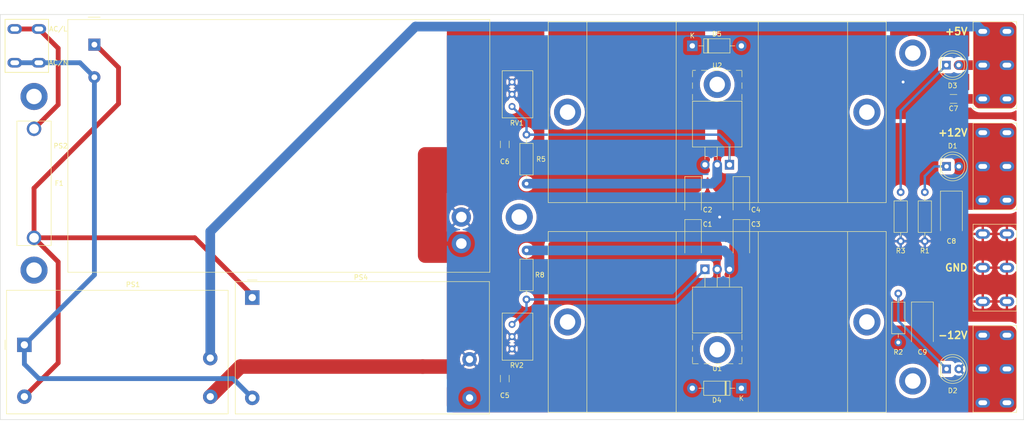
<source format=kicad_pcb>
(kicad_pcb (version 20221018) (generator pcbnew)
  (layers (0 "F.Cu" signal) (31 "B.Cu" signal) (34 "B.Paste" user) (35 "F.Paste" user) (36 "B.SilkS" user "B.Silkscreen") (37 "F.SilkS" user "F.Silkscreen") (38 "B.Mask" user) (39 "F.Mask" user) (44 "Edge.Cuts" user))
  (net 0 "")
  (net 1 "GND")
  (net 2 "-15V")
  (net 3 "+15V")
  (net 4 "-12V")
  (net 5 "+12V")
  (net 6 "Net-(D1-K)")
  (net 7 "Net-(D2-K)")
  (net 8 "Net-(D3-K)")
  (net 9 "+5V")
  (net 10 "LINE")
  (net 11 "Net-(PS1-AC{slash}L)")
  (net 12 "NEUT")
  (net 13 "Net-(U2-ADJ)")
  (net 14 "Net-(U1-ADJ)")
  (footprint "Capacitor_Tantalum_SMD:CP_EIA-7343-31_Kemet-D_Pad2.25x2.55mm_HandSolder" (layer "F.Cu") (at 231.5 100.2 -90)
    (fp_text reference "C9" (at 5.8 0 -180) (layer "F.SilkS"))
    (fp_text value "100uf")
    (fp_line (start -4.585 -2.26) (end -4.585 2.26) (stroke (width 0.12)) (layer "F.SilkS"))
    (fp_line (start -4.585 2.26) (end 3.65 2.26) (stroke (width 0.12)) (layer "F.SilkS"))
    (fp_line (start 3.65 -2.26) (end -4.585 -2.26) (stroke (width 0.12)) (layer "F.SilkS"))
    (pad "1" smd roundrect (at -3.2 0 270) (size 2.25 2.55) (layers "F.Cu" "F.Paste" "F.Mask") (roundrect_rratio 0.111111) (net 1 "GND"))
    (pad "2" smd roundrect (at 3.2 0 270) (size 2.25 2.55) (layers "F.Cu" "F.Paste" "F.Mask") (roundrect_rratio 0.111111) (net 4 "-12V"))
  )
  (footprint "Custom:3x_Tab_Connector_Vogt_6.35mm" (layer "F.Cu") (at 242 100.5)
    (fp_text reference "REF**" hide)
    (fp_text value "3x_Tab_Connector_Vogt_6.35mm" hide)
    (fp_line (start 0 0) (end 9 0) (stroke (width 0.12)) (layer "F.SilkS"))
    (fp_line (start 0 18) (end 0 0) (stroke (width 0.12)) (layer "F.SilkS"))
    (fp_line (start 9 0) (end 9 18) (stroke (width 0.12)) (layer "F.SilkS"))
    (fp_line (start 9 18) (end 0 18) (stroke (width 0.12)) (layer "F.SilkS"))
    (pad "1" thru_hole oval (at 2 2) (size 3 2) (drill oval 1.8 1) (layers "*.Cu" "*.Mask") (net 4 "-12V"))
    (pad "2" thru_hole oval (at 7 2) (size 3 2) (drill oval 1.8 1) (layers "*.Cu" "*.Mask") (net 4 "-12V"))
    (pad "3" thru_hole oval (at 2 9) (size 3 2) (drill oval 1.8 1) (layers "*.Cu" "*.Mask") (net 4 "-12V"))
    (pad "4" thru_hole oval (at 7 9) (size 3 2) (drill oval 1.8 1) (layers "*.Cu" "*.Mask") (net 4 "-12V"))
    (pad "5" thru_hole oval (at 2 16) (size 3 2) (drill oval 1.8 1) (layers "*.Cu" "*.Mask") (net 4 "-12V"))
    (pad "6" thru_hole oval (at 7 16) (size 3 2) (drill oval 1.8 1) (layers "*.Cu" "*.Mask") (net 4 "-12V"))
  )
  (footprint "Converter_ACDC:Converter_ACDC_MeanWell_IRM-60-xx_THT" (layer "F.Cu") (at 60 42.25)
    (fp_text reference "PS2" (at -7 21 180) (layer "F.SilkS"))
    (fp_text value "IRM-60-15")
    (fp_line (start -5.5 -5.2) (end -5.5 47.2) (stroke (width 0.12)) (layer "F.SilkS"))
    (fp_line (start -5.5 47.2) (end 81.9 47.2) (stroke (width 0.12)) (layer "F.SilkS"))
    (fp_line (start -1.3 -5.7) (end 1.2 -5.7) (stroke (width 0.12)) (layer "F.SilkS"))
    (fp_line (start 81.9 -5.2) (end -5.5 -5.2) (stroke (width 0.12)) (layer "F.SilkS"))
    (fp_line (start 81.9 47.2) (end 81.9 -5.2) (stroke (width 0.12)) (layer "F.SilkS"))
    (pad "1" thru_hole rect (at 0 0) (size 2.5 2.5) (drill 1.2) (layers "*.Cu" "*.Mask") (net 11 "Net-(PS1-AC{slash}L)"))
    (pad "2" thru_hole circle (at 0 6.75) (size 2.5 2.5) (drill 1.2) (layers "*.Cu" "*.Mask") (net 12 "NEUT"))
    (pad "3" thru_hole circle (at 76 41.25) (size 4 4) (drill 2.2) (layers "*.Cu" "*.Mask") (net 3 "+15V"))
    (pad "4" thru_hole circle (at 76 35.75) (size 4 4) (drill 2.2) (layers "*.Cu" "*.Mask") (net 1 "GND"))
  )
  (footprint "Capacitor_Tantalum_SMD:CP_EIA-6032-28_Kemet-C_Pad2.25x2.35mm_HandSolder" (layer "F.Cu") (at 184 82.45 -90)
    (fp_text reference "C1" (at -2.95 -3 -180) (layer "F.SilkS"))
    (fp_text value "10uf")
    (fp_line (start -3.935 -1.71) (end -3.935 1.71) (stroke (width 0.12)) (layer "F.SilkS"))
    (fp_line (start -3.935 1.71) (end 3 1.71) (stroke (width 0.12)) (layer "F.SilkS"))
    (fp_line (start 3 -1.71) (end -3.935 -1.71) (stroke (width 0.12)) (layer "F.SilkS"))
    (pad "1" smd roundrect (at -2.55 0 270) (size 2.25 2.35) (layers "F.Cu" "F.Paste" "F.Mask") (roundrect_rratio 0.111111) (net 1 "GND"))
    (pad "2" smd roundrect (at 2.55 0 270) (size 2.25 2.35) (layers "F.Cu" "F.Paste" "F.Mask") (roundrect_rratio 0.111111) (net 2 "-15V"))
  )
  (footprint "LED_THT:LED_D5.0mm" (layer "F.Cu") (at 236.5 109.5)
    (fp_text reference "D2" (at 1.27 4.5) (layer "F.SilkS"))
    (fp_text value "LED")
    (fp_line (start -1.29 -1.545) (end -1.29 1.545) (stroke (width 0.12)) (layer "F.SilkS"))
    (fp_arc (start -1.29 -1.54483) (mid 2.072002 -2.880433) (end 4.26 0.000462) (stroke (width 0.12)) (layer "F.SilkS"))
    (fp_arc (start 4.26 -0.000462) (mid 2.072002 2.880433) (end -1.29 1.54483) (stroke (width 0.12)) (layer "F.SilkS"))
    (fp_circle (center 1.27 0) (end 3.77 0) (stroke (width 0.12)) (fill none) (layer "F.SilkS"))
    (pad "1" thru_hole rect (at 0 0) (size 1.8 1.8) (drill 0.9) (layers "*.Cu" "*.Mask") (net 7 "Net-(D2-K)"))
    (pad "2" thru_hole circle (at 2.54 0) (size 1.8 1.8) (drill 0.9) (layers "*.Cu" "*.Mask") (net 1 "GND"))
  )
  (footprint "LED_THT:LED_D5.0mm" (layer "F.Cu") (at 236.46 46.5)
    (fp_text reference "D3" (at 1.27 4.25) (layer "F.SilkS"))
    (fp_text value "LED")
    (fp_line (start -1.29 -1.545) (end -1.29 1.545) (stroke (width 0.12)) (layer "F.SilkS"))
    (fp_arc (start -1.29 -1.54483) (mid 2.072002 -2.880433) (end 4.26 0.000462) (stroke (width 0.12)) (layer "F.SilkS"))
    (fp_arc (start 4.26 -0.000462) (mid 2.072002 2.880433) (end -1.29 1.54483) (stroke (width 0.12)) (layer "F.SilkS"))
    (fp_circle (center 1.27 0) (end 3.77 0) (stroke (width 0.12)) (fill none) (layer "F.SilkS"))
    (pad "1" thru_hole rect (at 0 0) (size 1.8 1.8) (drill 0.9) (layers "*.Cu" "*.Mask") (net 8 "Net-(D3-K)"))
    (pad "2" thru_hole circle (at 2.54 0) (size 1.8 1.8) (drill 0.9) (layers "*.Cu" "*.Mask") (net 9 "+5V"))
  )
  (footprint "Custom:Heatsink_Fischer_SK64-70x37.5mm" (layer "F.Cu") (at 224 75 180)
    (fp_text reference "REF**" hide)
    (fp_text value "Heatsink_Fischer_SK64-70x37.5mm")
    (fp_line (start 0 0) (end 0 37.5) (stroke (width 0.12)) (layer "F.SilkS"))
    (fp_line (start 0 37.5) (end 70 37.5) (stroke (width 0.12)) (layer "F.SilkS"))
    (fp_line (start 8 37.5) (end 8 0) (stroke (width 0.12)) (layer "F.SilkS"))
    (fp_line (start 26.5 0) (end 26.5 37.5) (stroke (width 0.12)) (layer "F.SilkS"))
    (fp_line (start 43.5 37.5) (end 43.5 0) (stroke (width 0.12)) (layer "F.SilkS"))
    (fp_line (start 62 0) (end 62 37.5) (stroke (width 0.12)) (layer "F.SilkS"))
    (fp_line (start 70 0) (end 0 0) (stroke (width 0.12)) (layer "F.SilkS"))
    (fp_line (start 70 0) (end 70 37.5) (stroke (width 0.12)) (layer "F.SilkS"))
    (pad "" thru_hole circle (at 4 18.75 180) (size 5.6 5.6) (drill 3.2) (layers "*.Cu" "*.Mask"))
    (pad "" thru_hole circle (at 35 24.5 180) (size 5.6 5.6) (drill 3.2) (layers "*.Cu" "*.Mask"))
    (pad "" thru_hole circle (at 66 18.75 180) (size 5.6 5.6) (drill 3.2) (layers "*.Cu" "*.Mask"))
  )
  (footprint "Custom:3x_Tab_Connector_Vogt_6.35mm" (layer "F.Cu") (at 242 37.5)
    (fp_text reference "REF**" hide)
    (fp_text value "3x_Tab_Connector_Vogt_6.35mm" hide)
    (fp_line (start 0 0) (end 9 0) (stroke (width 0.12)) (layer "F.SilkS"))
    (fp_line (start 0 18) (end 0 0) (stroke (width 0.12)) (layer "F.SilkS"))
    (fp_line (start 9 0) (end 9 18) (stroke (width 0.12)) (layer "F.SilkS"))
    (fp_line (start 9 18) (end 0 18) (stroke (width 0.12)) (layer "F.SilkS"))
    (pad "1" thru_hole oval (at 2 2) (size 3 2) (drill oval 1.8 1) (layers "*.Cu" "*.Mask") (net 9 "+5V"))
    (pad "2" thru_hole oval (at 7 2) (size 3 2) (drill oval 1.8 1) (layers "*.Cu" "*.Mask") (net 9 "+5V"))
    (pad "3" thru_hole oval (at 2 9) (size 3 2) (drill oval 1.8 1) (layers "*.Cu" "*.Mask") (net 9 "+5V"))
    (pad "4" thru_hole oval (at 7 9) (size 3 2) (drill oval 1.8 1) (layers "*.Cu" "*.Mask") (net 9 "+5V"))
    (pad "5" thru_hole oval (at 2 16) (size 3 2) (drill oval 1.8 1) (layers "*.Cu" "*.Mask") (net 9 "+5V"))
    (pad "6" thru_hole oval (at 7 16) (size 3 2) (drill oval 1.8 1) (layers "*.Cu" "*.Mask") (net 9 "+5V"))
  )
  (footprint "Capacitor_SMD:C_1206_3216Metric_Pad1.33x1.80mm_HandSolder" (layer "F.Cu") (at 145 111.5 -90)
    (fp_text reference "C5" (at 3.5 0 -180) (layer "F.SilkS"))
    (fp_text value "100nf")
    (fp_line (start -0.711252 -0.91) (end 0.711252 -0.91) (stroke (width 0.12)) (layer "F.SilkS"))
    (fp_line (start -0.711252 0.91) (end 0.711252 0.91) (stroke (width 0.12)) (layer "F.SilkS"))
    (pad "1" smd roundrect (at -1.5625 0 270) (size 1.325 1.8) (layers "F.Cu" "F.Paste" "F.Mask") (roundrect_rratio 0.188679) (net 1 "GND"))
    (pad "2" smd roundrect (at 1.5625 0 270) (size 1.325 1.8) (layers "F.Cu" "F.Paste" "F.Mask") (roundrect_rratio 0.188679) (net 2 "-15V"))
  )
  (footprint "Potentiometer_THT:Potentiometer_Bourns_3299W_Vertical" (layer "F.Cu") (at 146.5 50 90)
    (fp_text reference "RV1" (at -8.5 1 180) (layer "F.SilkS"))
    (fp_text value "1k")
    (fp_line (start -7.425 -2.03) (end -7.425 4.31) (stroke (width 0.12)) (layer "F.SilkS"))
    (fp_line (start -7.425 -2.03) (end 2.345 -2.03) (stroke (width 0.12)) (layer "F.SilkS"))
    (fp_line (start -7.425 4.31) (end 2.345 4.31) (stroke (width 0.12)) (layer "F.SilkS"))
    (fp_line (start 2.345 -2.03) (end 2.345 4.31) (stroke (width 0.12)) (layer "F.SilkS"))
    (pad "1" thru_hole circle (at 0 0 90) (size 1.44 1.44) (drill 0.8) (layers "*.Cu" "*.Mask") (net 1 "GND"))
    (pad "2" thru_hole circle (at -2.54 0 90) (size 1.44 1.44) (drill 0.8) (layers "*.Cu" "*.Mask") (net 1 "GND"))
    (pad "3" thru_hole circle (at -5.08 0 90) (size 1.44 1.44) (drill 0.8) (layers "*.Cu" "*.Mask") (net 13 "Net-(U2-ADJ)"))
  )
  (footprint "Package_TO_SOT_THT:TO-220-3_Horizontal_TabUp" (layer "F.Cu") (at 186.46 88.84)
    (fp_text reference "U1" (at 2.54 20.58) (layer "F.SilkS"))
    (fp_text value "LM337_TO220")
    (fp_line (start -2.58 3.69) (end -2.58 13.18) (stroke (width 0.12)) (layer "F.SilkS"))
    (fp_line (start -2.58 3.69) (end 7.66 3.69) (stroke (width 0.12)) (layer "F.SilkS"))
    (fp_line (start -2.58 13.18) (end 7.66 13.18) (stroke (width 0.12)) (layer "F.SilkS"))
    (fp_line (start -2.58 13.42) (end -2.58 14.62) (stroke (width 0.12)) (layer "F.SilkS"))
    (fp_line (start -2.58 15.82) (end -2.58 17.02) (stroke (width 0.12)) (layer "F.SilkS"))
    (fp_line (start -2.58 18.22) (end -2.58 19.42) (stroke (width 0.12)) (layer "F.SilkS"))
    (fp_line (start -2.58 19.58) (end -1.38 19.58) (stroke (width 0.12)) (layer "F.SilkS"))
    (fp_line (start -0.181 19.58) (end 1.02 19.58) (stroke (width 0.12)) (layer "F.SilkS"))
    (fp_line (start 0 1.15) (end 0 3.69) (stroke (width 0.12)) (layer "F.SilkS"))
    (fp_line (start 2.22 19.58) (end 3.42 19.58) (stroke (width 0.12)) (layer "F.SilkS"))
    (fp_line (start 2.54 1.15) (end 2.54 3.69) (stroke (width 0.12)) (layer "F.SilkS"))
    (fp_line (start 4.62 19.58) (end 5.82 19.58) (stroke (width 0.12)) (layer "F.SilkS"))
    (fp_line (start 5.08 1.15) (end 5.08 3.69) (stroke (width 0.12)) (layer "F.SilkS"))
    (fp_line (start 7.02 19.58) (end 7.66 19.58) (stroke (width 0.12)) (layer "F.SilkS"))
    (fp_line (start 7.66 3.69) (end 7.66 13.18) (stroke (width 0.12)) (layer "F.SilkS"))
    (fp_line (start 7.66 13.42) (end 7.66 14.62) (stroke (width 0.12)) (layer "F.SilkS"))
    (fp_line (start 7.66 15.82) (end 7.66 17.02) (stroke (width 0.12)) (layer "F.SilkS"))
    (fp_line (start 7.66 18.22) (end 7.66 19.42) (stroke (width 0.12)) (layer "F.SilkS"))
    (pad "1" thru_hole rect (at 0 0) (size 1.905 2) (drill 1.1) (layers "*.Cu" "*.Mask") (net 14 "Net-(U1-ADJ)"))
    (pad "2" thru_hole oval (at 2.54 0) (size 1.905 2) (drill 1.1) (layers "*.Cu" "*.Mask") (net 2 "-15V"))
    (pad "3" thru_hole oval (at 5.08 0) (size 1.905 2) (drill 1.1) (layers "*.Cu" "*.Mask") (net 4 "-12V"))
  )
  (footprint "MountingHole:MountingHole_3.2mm_M3_DIN965_Pad" (layer "F.Cu") (at 47.5 53)
    (fp_text reference "REF**" hide)
    (fp_text value "MountingHole_3.2mm_M3_DIN965_Pad" hide)
    (pad "1" thru_hole circle (at 0 0) (size 5.6 5.6) (drill 3.2) (layers "*.Cu" "*.Mask"))
  )
  (footprint "MountingHole:MountingHole_3.2mm_M3_DIN965_Pad" (layer "F.Cu") (at 229.5 44)
    (fp_text reference "REF**" hide)
    (fp_text value "MountingHole_3.2mm_M3_DIN965_Pad" hide)
    (pad "1" thru_hole circle (at 0 0) (size 5.6 5.6) (drill 3.2) (layers "*.Cu" "*.Mask"))
  )
  (footprint "Custom:Tab_Connector_Vogt_6.35mm" (layer "F.Cu") (at 43.5 46)
    (fp_text reference "REF**" hide)
    (fp_text value "Tab_Connector_Vogt_6.35mm" hide)
    (pad "1" thru_hole oval (at 0 0) (size 3 2) (drill oval 1.8 1) (layers "*.Cu" "*.Mask") (net 12 "NEUT"))
    (pad "2" thru_hole oval (at 5 0) (size 3 2) (drill oval 1.8 1) (layers "*.Cu" "*.Mask") (net 12 "NEUT"))
  )
  (footprint "Potentiometer_THT:Potentiometer_Bourns_3299W_Vertical" (layer "F.Cu") (at 146.5 100.26 90)
    (fp_text reference "RV2" (at -8.49 1 180) (layer "F.SilkS"))
    (fp_text value "1k")
    (fp_line (start -7.425 -2.03) (end -7.425 4.31) (stroke (width 0.12)) (layer "F.SilkS"))
    (fp_line (start -7.425 -2.03) (end 2.345 -2.03) (stroke (width 0.12)) (layer "F.SilkS"))
    (fp_line (start -7.425 4.31) (end 2.345 4.31) (stroke (width 0.12)) (layer "F.SilkS"))
    (fp_line (start 2.345 -2.03) (end 2.345 4.31) (stroke (width 0.12)) (layer "F.SilkS"))
    (pad "1" thru_hole circle (at 0 0 90) (size 1.44 1.44) (drill 0.8) (layers "*.Cu" "*.Mask") (net 14 "Net-(U1-ADJ)"))
    (pad "2" thru_hole circle (at -2.54 0 90) (size 1.44 1.44) (drill 0.8) (layers "*.Cu" "*.Mask") (net 1 "GND"))
    (pad "3" thru_hole circle (at -5.08 0 90) (size 1.44 1.44) (drill 0.8) (layers "*.Cu" "*.Mask") (net 1 "GND"))
  )
  (footprint "Capacitor_Tantalum_SMD:CP_EIA-6032-28_Kemet-C_Pad2.25x2.35mm_HandSolder" (layer "F.Cu") (at 184 73.55 -90)
    (fp_text reference "C2" (at 2.95 -3 -180) (layer "F.SilkS"))
    (fp_text value "10uF")
    (fp_line (start -3.935 -1.71) (end -3.935 1.71) (stroke (width 0.12)) (layer "F.SilkS"))
    (fp_line (start -3.935 1.71) (end 3 1.71) (stroke (width 0.12)) (layer "F.SilkS"))
    (fp_line (start 3 -1.71) (end -3.935 -1.71) (stroke (width 0.12)) (layer "F.SilkS"))
    (pad "1" smd roundrect (at -2.55 0 270) (size 2.25 2.35) (layers "F.Cu" "F.Paste" "F.Mask") (roundrect_rratio 0.111111) (net 3 "+15V"))
    (pad "2" smd roundrect (at 2.55 0 270) (size 2.25 2.35) (layers "F.Cu" "F.Paste" "F.Mask") (roundrect_rratio 0.111111) (net 1 "GND"))
  )
  (footprint "Capacitor_Tantalum_SMD:CP_EIA-6032-28_Kemet-C_Pad2.25x2.35mm_HandSolder" (layer "F.Cu") (at 194 73.55 -90)
    (fp_text reference "C4" (at 2.95 -3 -180) (layer "F.SilkS"))
    (fp_text value "10uf")
    (fp_line (start -3.935 -1.71) (end -3.935 1.71) (stroke (width 0.12)) (layer "F.SilkS"))
    (fp_line (start -3.935 1.71) (end 3 1.71) (stroke (width 0.12)) (layer "F.SilkS"))
    (fp_line (start 3 -1.71) (end -3.935 -1.71) (stroke (width 0.12)) (layer "F.SilkS"))
    (pad "1" smd roundrect (at -2.55 0 270) (size 2.25 2.35) (layers "F.Cu" "F.Paste" "F.Mask") (roundrect_rratio 0.111111) (net 5 "+12V"))
    (pad "2" smd roundrect (at 2.55 0 270) (size 2.25 2.35) (layers "F.Cu" "F.Paste" "F.Mask") (roundrect_rratio 0.111111) (net 1 "GND"))
  )
  (footprint "Package_TO_SOT_THT:TO-220-3_Horizontal_TabUp" (layer "F.Cu") (at 191.54 67.16 180)
    (fp_text reference "U2" (at 2.54 20.58) (layer "F.SilkS"))
    (fp_text value "LM1085-ADJ")
    (fp_line (start -2.58 3.69) (end -2.58 13.18) (stroke (width 0.12)) (layer "F.SilkS"))
    (fp_line (start -2.58 3.69) (end 7.66 3.69) (stroke (width 0.12)) (layer "F.SilkS"))
    (fp_line (start -2.58 13.18) (end 7.66 13.18) (stroke (width 0.12)) (layer "F.SilkS"))
    (fp_line (start -2.58 13.42) (end -2.58 14.62) (stroke (width 0.12)) (layer "F.SilkS"))
    (fp_line (start -2.58 15.82) (end -2.58 17.02) (stroke (width 0.12)) (layer "F.SilkS"))
    (fp_line (start -2.58 18.22) (end -2.58 19.42) (stroke (width 0.12)) (layer "F.SilkS"))
    (fp_line (start -2.58 19.58) (end -1.38 19.58) (stroke (width 0.12)) (layer "F.SilkS"))
    (fp_line (start -0.181 19.58) (end 1.02 19.58) (stroke (width 0.12)) (layer "F.SilkS"))
    (fp_line (start 0 1.15) (end 0 3.69) (stroke (width 0.12)) (layer "F.SilkS"))
    (fp_line (start 2.22 19.58) (end 3.42 19.58) (stroke (width 0.12)) (layer "F.SilkS"))
    (fp_line (start 2.54 1.15) (end 2.54 3.69) (stroke (width 0.12)) (layer "F.SilkS"))
    (fp_line (start 4.62 19.58) (end 5.82 19.58) (stroke (width 0.12)) (layer "F.SilkS"))
    (fp_line (start 5.08 1.15) (end 5.08 3.69) (stroke (width 0.12)) (layer "F.SilkS"))
    (fp_line (start 7.02 19.58) (end 7.66 19.58) (stroke (width 0.12)) (layer "F.SilkS"))
    (fp_line (start 7.66 3.69) (end 7.66 13.18) (stroke (width 0.12)) (layer "F.SilkS"))
    (fp_line (start 7.66 13.42) (end 7.66 14.62) (stroke (width 0.12)) (layer "F.SilkS"))
    (fp_line (start 7.66 15.82) (end 7.66 17.02) (stroke (width 0.12)) (layer "F.SilkS"))
    (fp_line (start 7.66 18.22) (end 7.66 19.42) (stroke (width 0.12)) (layer "F.SilkS"))
    (pad "1" thru_hole rect (at 0 0 180) (size 1.905 2) (drill 1.1) (layers "*.Cu" "*.Mask") (net 13 "Net-(U2-ADJ)"))
    (pad "2" thru_hole oval (at 2.54 0 180) (size 1.905 2) (drill 1.1) (layers "*.Cu" "*.Mask") (net 5 "+12V"))
    (pad "3" thru_hole oval (at 5.08 0 180) (size 1.905 2) (drill 1.1) (layers "*.Cu" "*.Mask") (net 3 "+15V"))
  )
  (footprint "Custom:3x_Tab_Connector_Vogt_6.35mm" (layer "F.Cu") (at 242 79.5)
    (fp_text reference "REF**" hide)
    (fp_text value "3x_Tab_Connector_Vogt_6.35mm" hide)
    (fp_line (start 0 0) (end 9 0) (stroke (width 0.12)) (layer "F.SilkS"))
    (fp_line (start 0 18) (end 0 0) (stroke (width 0.12)) (layer "F.SilkS"))
    (fp_line (start 9 0) (end 9 18) (stroke (width 0.12)) (layer "F.SilkS"))
    (fp_line (start 9 18) (end 0 18) (stroke (width 0.12)) (layer "F.SilkS"))
    (pad "1" thru_hole oval (at 2 2) (size 3 2) (drill oval 1.8 1) (layers "*.Cu" "*.Mask") (net 1 "GND"))
    (pad "2" thru_hole oval (at 7 2) (size 3 2) (drill oval 1.8 1) (layers "*.Cu" "*.Mask") (net 1 "GND"))
    (pad "3" thru_hole oval (at 2 9) (size 3 2) (drill oval 1.8 1) (layers "*.Cu" "*.Mask") (net 1 "GND"))
    (pad "4" thru_hole oval (at 7 9) (size 3 2) (drill oval 1.8 1) (layers "*.Cu" "*.Mask") (net 1 "GND"))
    (pad "5" thru_hole oval (at 2 16) (size 3 2) (drill oval 1.8 1) (layers "*.Cu" "*.Mask") (net 1 "GND"))
    (pad "6" thru_hole oval (at 7 16) (size 3 2) (drill oval 1.8 1) (layers "*.Cu" "*.Mask") (net 1 "GND"))
  )
  (footprint "Custom:Fuseholder_Littelfuse_646" (layer "F.Cu") (at 47.5 59.7 -90)
    (fp_text reference "F1" (at 11.3 -5.2 unlocked) (layer "F.SilkS"))
    (fp_text value "Fuse")
    (fp_line (start -1.6 -3.55) (end -1.6 3.55) (stroke (width 0.12)) (layer "F.SilkS"))
    (fp_line (start -1.6 -3.55) (end 24.2 -3.55) (stroke (width 0.12)) (layer "F.SilkS"))
    (fp_line (start 24.2 3.55) (end -1.6 3.55) (stroke (width 0.12)) (layer "F.SilkS"))
    (fp_line (start 24.2 3.55) (end 24.2 -3.55) (stroke (width 0.12)) (layer "F.SilkS"))
    (pad "1" thru_hole circle (at 0 0 270) (size 3 3) (drill 2) (layers "*.Cu" "*.Mask") (net 10 "LINE"))
    (pad "2" thru_hole circle (at 22.6 0 270) (size 3 3) (drill 2) (layers "*.Cu" "*.Mask") (net 11 "Net-(PS1-AC{slash}L)"))
  )
  (footprint "Resistor_THT:R_Axial_DIN0207_L6.3mm_D2.5mm_P10.16mm_Horizontal" (layer "F.Cu") (at 149.5 95.08 90)
    (fp_text reference "R8" (at 5.08 2.75 180) (layer "F.SilkS"))
    (fp_text value "100")
    (fp_line (start 1.04 0) (end 1.81 0) (stroke (width 0.12)) (layer "F.SilkS"))
    (fp_line (start 1.81 -1.37) (end 1.81 1.37) (stroke (width 0.12)) (layer "F.SilkS"))
    (fp_line (start 1.81 1.37) (end 8.35 1.37) (stroke (width 0.12)) (layer "F.SilkS"))
    (fp_line (start 8.35 -1.37) (end 1.81 -1.37) (stroke (width 0.12)) (layer "F.SilkS"))
    (fp_line (start 8.35 1.37) (end 8.35 -1.37) (stroke (width 0.12)) (layer "F.SilkS"))
    (fp_line (start 9.12 0) (end 8.35 0) (stroke (width 0.12)) (layer "F.SilkS"))
    (pad "1" thru_hole circle (at 0 0 90) (size 1.6 1.6) (drill 0.8) (layers "*.Cu" "*.Mask") (net 14 "Net-(U1-ADJ)"))
    (pad "2" thru_hole oval (at 10.16 0 90) (size 1.6 1.6) (drill 0.8) (layers "*.Cu" "*.Mask") (net 4 "-12V"))
  )
  (footprint "Resistor_THT:R_Axial_DIN0207_L6.3mm_D2.5mm_P10.16mm_Horizontal" (layer "F.Cu") (at 226.5 104 90)
    (fp_text reference "R2" (at -2 0 180) (layer "F.SilkS"))
    (fp_text value "2.7k")
    (fp_line (start 1.04 0) (end 1.81 0) (stroke (width 0.12)) (layer "F.SilkS"))
    (fp_line (start 1.81 -1.37) (end 1.81 1.37) (stroke (width 0.12)) (layer "F.SilkS"))
    (fp_line (start 1.81 1.37) (end 8.35 1.37) (stroke (width 0.12)) (layer "F.SilkS"))
    (fp_line (start 8.35 -1.37) (end 1.81 -1.37) (stroke (width 0.12)) (layer "F.SilkS"))
    (fp_line (start 8.35 1.37) (end 8.35 -1.37) (stroke (width 0.12)) (layer "F.SilkS"))
    (fp_line (start 9.12 0) (end 8.35 0) (stroke (width 0.12)) (layer "F.SilkS"))
    (pad "1" thru_hole circle (at 0 0 90) (size 1.6 1.6) (drill 0.8) (layers "*.Cu" "*.Mask") (net 4 "-12V"))
    (pad "2" thru_hole oval (at 10.16 0 90) (size 1.6 1.6) (drill 0.8) (layers "*.Cu" "*.Mask") (net 7 "Net-(D2-K)"))
  )
  (footprint "Resistor_THT:R_Axial_DIN0207_L6.3mm_D2.5mm_P10.16mm_Horizontal" (layer "F.Cu") (at 227 72.84 -90)
    (fp_text reference "R3" (at 12.16 0 -180) (layer "F.SilkS"))
    (fp_text value "1k")
    (fp_line (start 1.04 0) (end 1.81 0) (stroke (width 0.12)) (layer "F.SilkS"))
    (fp_line (start 1.81 -1.37) (end 1.81 1.37) (stroke (width 0.12)) (layer "F.SilkS"))
    (fp_line (start 1.81 1.37) (end 8.35 1.37) (stroke (width 0.12)) (layer "F.SilkS"))
    (fp_line (start 8.35 -1.37) (end 1.81 -1.37) (stroke (width 0.12)) (layer "F.SilkS"))
    (fp_line (start 8.35 1.37) (end 8.35 -1.37) (stroke (width 0.12)) (layer "F.SilkS"))
    (fp_line (start 9.12 0) (end 8.35 0) (stroke (width 0.12)) (layer "F.SilkS"))
    (pad "1" thru_hole circle (at 0 0 270) (size 1.6 1.6) (drill 0.8) (layers "*.Cu" "*.Mask") (net 8 "Net-(D3-K)"))
    (pad "2" thru_hole oval (at 10.16 0 270) (size 1.6 1.6) (drill 0.8) (layers "*.Cu" "*.Mask") (net 1 "GND"))
  )
  (footprint "Capacitor_Tantalum_SMD:CP_EIA-6032-28_Kemet-C_Pad2.25x2.35mm_HandSolder" (layer "F.Cu") (at 194 82.45 -90)
    (fp_text reference "C3" (at -2.95 -3 -180) (layer "F.SilkS"))
    (fp_text value "10uf")
    (fp_line (start -3.935 -1.71) (end -3.935 1.71) (stroke (width 0.12)) (layer "F.SilkS"))
    (fp_line (start -3.935 1.71) (end 3 1.71) (stroke (width 0.12)) (layer "F.SilkS"))
    (fp_line (start 3 -1.71) (end -3.935 -1.71) (stroke (width 0.12)) (layer "F.SilkS"))
    (pad "1" smd roundrect (at -2.55 0 270) (size 2.25 2.35) (layers "F.Cu" "F.Paste" "F.Mask") (roundrect_rratio 0.111111) (net 1 "GND"))
    (pad "2" smd roundrect (at 2.55 0 270) (size 2.25 2.35) (layers "F.Cu" "F.Paste" "F.Mask") (roundrect_rratio 0.111111) (net 4 "-12V"))
  )
  (footprint "MountingHole:MountingHole_3.2mm_M3_DIN965_Pad" (layer "F.Cu") (at 229.5 112)
    (fp_text reference "REF**" hide)
    (fp_text value "MountingHole_3.2mm_M3_DIN965_Pad" hide)
    (pad "1" thru_hole circle (at 0 0) (size 5.6 5.6) (drill 3.2) (layers "*.Cu" "*.Mask"))
  )
  (footprint "Custom:Heatsink_Fischer_SK64-70x37.5mm" (layer "F.Cu") (at 154 81)
    (fp_text reference "REF**" hide)
    (fp_text value "Heatsink_Fischer_SK64-70x37.5mm")
    (fp_line (start 0 0) (end 0 37.5) (stroke (width 0.12)) (layer "F.SilkS"))
    (fp_line (start 0 37.5) (end 70 37.5) (stroke (width 0.12)) (layer "F.SilkS"))
    (fp_line (start 8 37.5) (end 8 0) (stroke (width 0.12)) (layer "F.SilkS"))
    (fp_line (start 26.5 0) (end 26.5 37.5) (stroke (width 0.12)) (layer "F.SilkS"))
    (fp_line (start 43.5 37.5) (end 43.5 0) (stroke (width 0.12)) (layer "F.SilkS"))
    (fp_line (start 62 0) (end 62 37.5) (stroke (width 0.12)) (layer "F.SilkS"))
    (fp_line (start 70 0) (end 0 0) (stroke (width 0.12)) (layer "F.SilkS"))
    (fp_line (start 70 0) (end 70 37.5) (stroke (width 0.12)) (layer "F.SilkS"))
    (pad "" thru_hole circle (at 4 18.75) (size 5.6 5.6) (drill 3.2) (layers "*.Cu" "*.Mask"))
    (pad "" thru_hole circle (at 35 24.5) (size 5.6 5.6) (drill 3.2) (layers "*.Cu" "*.Mask"))
    (pad "" thru_hole circle (at 66 18.75) (size 5.6 5.6) (drill 3.2) (layers "*.Cu" "*.Mask"))
  )
  (footprint "LED_THT:LED_D5.0mm" (layer "F.Cu") (at 236.5 67.5)
    (fp_text reference "D1" (at 1.27 -4.25) (layer "F.SilkS"))
    (fp_text value "LED")
    (fp_line (start -1.29 -1.545) (end -1.29 1.545) (stroke (width 0.12)) (layer "F.SilkS"))
    (fp_arc (start -1.29 -1.54483) (mid 2.072002 -2.880433) (end 4.26 0.000462) (stroke (width 0.12)) (layer "F.SilkS"))
    (fp_arc (start 4.26 -0.000462) (mid 2.072002 2.880433) (end -1.29 1.54483) (stroke (width 0.12)) (layer "F.SilkS"))
    (fp_circle (center 1.27 0) (end 3.77 0) (stroke (width 0.12)) (fill none) (layer "F.SilkS"))
    (pad "1" thru_hole rect (at 0 0) (size 1.8 1.8) (drill 0.9) (layers "*.Cu" "*.Mask") (net 6 "Net-(D1-K)"))
    (pad "2" thru_hole circle (at 2.54 0) (size 1.8 1.8) (drill 0.9) (layers "*.Cu" "*.Mask") (net 5 "+12V"))
  )
  (footprint "Converter_ACDC:Converter_ACDC_MeanWell_IRM-20-xx_THT" (layer "F.Cu") (at 92.7 94.7)
    (fp_text reference "PS4" (at 22.5 -4.2) (layer "F.SilkS"))
    (fp_text value "IRM-20-15")
    (fp_line (start -3.52 -3.32) (end -3.52 24.12) (stroke (width 0.12)) (layer "F.SilkS"))
    (fp_line (start -3.52 -3.32) (end 49.12 -3.32) (stroke (width 0.12)) (layer "F.SilkS"))
    (fp_line (start -3.52 24.12) (end 49.12 24.12) (stroke (width 0.12)) (layer "F.SilkS"))
    (fp_line (start 1 -3.65) (end -1 -3.65) (stroke (width 0.12)) (layer "F.SilkS"))
    (fp_line (start 49.12 -3.32) (end 49.12 24.12) (stroke (width 0.12)) (layer "F.SilkS"))
    (pad "1" thru_hole rect (at 0 0) (size 3 3) (drill 1.5) (layers "*.Cu" "*.Mask") (net 11 "Net-(PS1-AC{slash}L)"))
    (pad "2" thru_hole circle (at 0 20.8) (size 3 3) (drill 1.5) (layers "*.Cu" "*.Mask") (net 12 "NEUT"))
    (pad "3" thru_hole circle (at 45 20.8) (size 3 3) (drill 1.5) (layers "*.Cu" "*.Mask") (net 2 "-15V"))
    (pad "4" thru_hole circle (at 45 12.8) (size 3 3) (drill 1.5) (layers "*.Cu" "*.Mask") (net 1 "GND"))
  )
  (footprint "Diode_THT:D_DO-41_SOD81_P10.16mm_Horizontal" (layer "F.Cu") (at 183.84 42.5)
    (fp_text reference "D5" (at 5.08 -2.47) (layer "F.SilkS"))
    (fp_text value "1N4001")
    (fp_text user "K" (at 0 -2.1) (layer "F.SilkS"))
    (fp_line (start 1.34 0) (end 2.36 0) (stroke (width 0.12)) (layer "F.SilkS"))
    (fp_line (start 2.36 -1.47) (end 2.36 1.47) (stroke (width 0.12)) (layer "F.SilkS"))
    (fp_line (start 2.36 1.47) (end 7.8 1.47) (stroke (width 0.12)) (layer "F.SilkS"))
    (fp_line (start 3.14 -1.47) (end 3.14 1.47) (stroke (width 0.12)) (layer "F.SilkS"))
    (fp_line (start 3.26 -1.47) (end 3.26 1.47) (stroke (width 0.12)) (layer "F.SilkS"))
    (fp_line (start 3.38 -1.47) (end 3.38 1.47) (stroke (width 0.12)) (layer "F.SilkS"))
    (fp_line (start 7.8 -1.47) (end 2.36 -1.47) (stroke (width 0.12)) (layer "F.SilkS"))
    (fp_line (start 7.8 1.47) (end 7.8 -1.47) (stroke (width 0.12)) (layer "F.SilkS"))
    (fp_line (start 8.82 0) (end 7.8 0) (stroke (width 0.12)) (layer "F.SilkS"))
    (pad "1" thru_hole rect (at 0 0) (size 2.2 2.2) (drill 1.1) (layers "*.Cu" "*.Mask") (net 3 "+15V"))
    (pad "2" thru_hole oval (at 10.16 0) (size 2.2 2.2) (drill 1.1) (layers "*.Cu" "*.Mask") (net 5 "+12V"))
  )
  (footprint "Resistor_THT:R_Axial_DIN0207_L6.3mm_D2.5mm_P10.16mm_Horizontal" (layer "F.Cu") (at 232 72.84 -90)
    (fp_text reference "R1" (at 12.16 0 -180) (layer "F.SilkS"))
    (fp_text value "2.7k")
    (fp_line (start 1.04 0) (end 1.81 0) (stroke (width 0.12)) (layer "F.SilkS"))
    (fp_line (start 1.81 -1.37) (end 1.81 1.37) (stroke (width 0.12)) (layer "F.SilkS"))
    (fp_line (start 1.81 1.37) (end 8.35 1.37) (stroke (width 0.12)) (layer "F.SilkS"))
    (fp_line (start 8.35 -1.37) (end 1.81 -1.37) (stroke (width 0.12)) (layer "F.SilkS"))
    (fp_line (start 8.35 1.37) (end 8.35 -1.37) (stroke (width 0.12)) (layer "F.SilkS"))
    (fp_line (start 9.12 0) (end 8.35 0) (stroke (width 0.12)) (layer "F.SilkS"))
    (pad "1" thru_hole circle (at 0 0 270) (size 1.6 1.6) (drill 0.8) (layers "*.Cu" "*.Mask") (net 6 "Net-(D1-K)"))
    (pad "2" thru_hole oval (at 10.16 0 270) (size 1.6 1.6) (drill 0.8) (layers "*.Cu" "*.Mask") (net 1 "GND"))
  )
  (footprint "Custom:3x_Tab_Connector_Vogt_6.35mm" (layer "F.Cu") (at 242 58.5)
    (fp_text reference "REF**" hide)
    (fp_text value "3x_Tab_Connector_Vogt_6.35mm" hide)
    (fp_line (start 0 0) (end 9 0) (stroke (width 0.12)) (layer "F.SilkS"))
    (fp_line (start 0 18) (end 0 0) (stroke (width 0.12)) (layer "F.SilkS"))
    (fp_line (start 9 0) (end 9 18) (stroke (width 0.12)) (layer "F.SilkS"))
    (fp_line (start 9 18) (end 0 18) (stroke (width 0.12)) (layer "F.SilkS"))
    (pad "1" thru_hole oval (at 2 2) (size 3 2) (drill oval 1.8 1) (layers "*.Cu" "*.Mask") (net 5 "+12V"))
    (pad "2" thru_hole oval (at 7 2) (size 3 2) (drill oval 1.8 1) (layers "*.Cu" "*.Mask") (net 5 "+12V"))
    (pad "3" thru_hole oval (at 2 9) (size 3 2) (drill oval 1.8 1) (layers "*.Cu" "*.Mask") (net 5 "+12V"))
    (pad "4" thru_hole oval (at 7 9) (size 3 2) (drill oval 1.8 1) (layers "*.Cu" "*.Mask") (net 5 "+12V"))
    (pad "5" thru_hole oval (at 2 16) (size 3 2) (drill oval 1.8 1) (layers "*.Cu" "*.Mask") (net 5 "+12V"))
    (pad "6" thru_hole oval (at 7 16) (size 3 2) (drill oval 1.8 1) (layers "*.Cu" "*.Mask") (net 5 "+12V"))
  )
  (footprint "Capacitor_SMD:C_1206_3216Metric_Pad1.33x1.80mm_HandSolder" (layer "F.Cu") (at 237.9375 53.5 180)
    (fp_text reference "C7" (at 0 -2) (layer "F.SilkS"))
    (fp_text value "100nf")
    (fp_line (start -0.711252 -0.91) (end 0.711252 -0.91) (stroke (width 0.12)) (layer "F.SilkS"))
    (fp_line (start -0.711252 0.91) (end 0.711252 0.91) (stroke (width 0.12)) (layer "F.SilkS"))
    (pad "1" smd roundrect (at -1.5625 0 180) (size 1.325 1.8) (layers "F.Cu" "F.Paste" "F.Mask") (roundrect_rratio 0.188679) (net 9 "+5V"))
    (pad "2" smd roundrect (at 1.5625 0 180) (size 1.325 1.8) (layers "F.Cu" "F.Paste" "F.Mask") (roundrect_rratio 0.188679) (net 1 "GND"))
  )
  (footprint "Resistor_THT:R_Axial_DIN0207_L6.3mm_D2.5mm_P10.16mm_Horizontal" (layer "F.Cu") (at 149.5 71.08 90)
    (fp_text reference "R5" (at 5.08 3 180) (layer "F.SilkS"))
    (fp_text value "100")
    (fp_line (start 1.04 0) (end 1.81 0) (stroke (width 0.12)) (layer "F.SilkS"))
    (fp_line (start 1.81 -1.37) (end 1.81 1.37) (stroke (width 0.12)) (layer "F.SilkS"))
    (fp_line (start 1.81 1.37) (end 8.35 1.37) (stroke (width 0.12)) (layer "F.SilkS"))
    (fp_line (start 8.35 -1.37) (end 1.81 -1.37) (stroke (width 0.12)) (layer "F.SilkS"))
    (fp_line (start 8.35 1.37) (end 8.35 -1.37) (stroke (width 0.12)) (layer "F.SilkS"))
    (fp_line (start 9.12 0) (end 8.35 0) (stroke (width 0.12)) (layer "F.SilkS"))
    (pad "1" thru_hole circle (at 0 0 90) (size 1.6 1.6) (drill 0.8) (layers "*.Cu" "*.Mask") (net 5 "+12V"))
    (pad "2" thru_hole oval (at 10.16 0 90) (size 1.6 1.6) (drill 0.8) (layers "*.Cu" "*.Mask") (net 13 "Net-(U2-ADJ)"))
  )
  (footprint "Capacitor_Tantalum_SMD:CP_EIA-7343-31_Kemet-D_Pad2.25x2.55mm_HandSolder" (layer "F.Cu") (at 237.5 77.2 -90)
    (fp_text reference "C8" (at 5.8 0 -180) (layer "F.SilkS"))
    (fp_text value "100uf")
    (fp_line (start -4.585 -2.26) (end -4.585 2.26) (stroke (width 0.12)) (layer "F.SilkS"))
    (fp_line (start -4.585 2.26) (end 3.65 2.26) (stroke (width 0.12)) (layer "F.SilkS"))
    (fp_line (start 3.65 -2.26) (end -4.585 -2.26) (stroke (width 0.12)) (layer "F.SilkS"))
    (pad "1" smd roundrect (at -3.2 0 270) (size 2.25 2.55) (layers "F.Cu" "F.Paste" "F.Mask") (roundrect_rratio 0.111111) (net 5 "+12V"))
    (pad "2" smd roundrect (at 3.2 0 270) (size 2.25 2.55) (layers "F.Cu" "F.Paste" "F.Mask") (roundrect_rratio 0.111111) (net 1 "GND"))
  )
  (footprint "MountingHole:MountingHole_3.2mm_M3_DIN965_Pad" (layer "F.Cu") (at 148 78)
    (fp_text reference "REF**" hide)
    (fp_text value "MountingHole_3.2mm_M3_DIN965_Pad")
    (pad "1" thru_hole circle (at 0 0) (size 5.6 5.6) (drill 3.2) (layers "*.Cu" "*.Mask"))
  )
  (footprint "Capacitor_SMD:C_1206_3216Metric_Pad1.33x1.80mm_HandSolder" (layer "F.Cu") (at 145 62.9375 90)
    (fp_text reference "C6" (at -3.5625 0 180) (layer "F.SilkS"))
    (fp_text value "100nf")
    (fp_line (start -0.711252 -0.91) (end 0.711252 -0.91) (stroke (width 0.12)) (layer "F.SilkS"))
    (fp_line (start -0.711252 0.91) (end 0.711252 0.91) (stroke (width 0.12)) (layer "F.SilkS"))
    (pad "1" smd roundrect (at -1.5625 0 90) (size 1.325 1.8) (layers "F.Cu" "F.Paste" "F.Mask") (roundrect_rratio 0.188679) (net 3 "+15V"))
    (pad "2" smd roundrect (at 1.5625 0 90) (size 1.325 1.8) (layers "F.Cu" "F.Paste" "F.Mask") (roundrect_rratio 0.188679) (net 1 "GND"))
  )
  (footprint "Converter_ACDC:Converter_ACDC_MeanWell_IRM-05-xx_THT" (layer "F.Cu") (at 45.5 104.5)
    (fp_text reference "PS1" (at 22.5 -12.5) (layer "F.SilkS"))
    (fp_text value "IRM-05-5")
    (fp_line (start -4 -1) (end -4 1) (stroke (width 0.12)) (layer "F.SilkS"))
    (fp_line (start -3.7 -11.3) (end -3.7 14.3) (stroke (width 0.12)) (layer "F.SilkS"))
    (fp_line (start -3.7 -11.3) (end 42.2 -11.3) (stroke (width 0.12)) (layer "F.SilkS"))
    (fp_line (start -3.7 14.3) (end 42.2 14.3) (stroke (width 0.12)) (layer "F.SilkS"))
    (fp_line (start 42.2 -11.3) (end 42.2 14.3) (stroke (width 0.12)) (layer "F.SilkS"))
    (pad "1" thru_hole rect (at 0 0) (size 3 3) (drill 1.5) (layers "*.Cu" "*.Mask") (net 12 "NEUT"))
    (pad "2" thru_hole circle (at 0 10.75) (size 3 3) (drill 1.5) (layers "*.Cu" "*.Mask") (net 11 "Net-(PS1-AC{slash}L)"))
    (pad "3" thru_hole circle (at 38.5 10.75) (size 3 3) (drill 1.5) (layers "*.Cu" "*.Mask") (net 1 "GND"))
    (pad "4" thru_hole circle (at 38.5 2.75) (size 3 3) (drill 1.5) (layers "*.Cu" "*.Mask") (net 9 "+5V"))
  )
  (footprint "Diode_THT:D_DO-41_SOD81_P10.16mm_Horizontal" (layer "F.Cu") (at 194 113.5 180)
    (fp_text reference "D4" (at 5.08 -2.47) (layer "F.SilkS"))
    (fp_text value "1N4001")
    (fp_text user "K" (at 0 -2.1) (layer "F.SilkS"))
    (fp_line (start 1.34 0) (end 2.36 0) (stroke (width 0.12)) (layer "F.SilkS"))
    (fp_line (start 2.36 -1.47) (end 2.36 1.47) (stroke (width 0.12)) (layer "F.SilkS"))
    (fp_line (start 2.36 1.47) (end 7.8 1.47) (stroke (width 0.12)) (layer "F.SilkS"))
    (fp_line (start 3.14 -1.47) (end 3.14 1.47) (stroke (width 0.12)) (layer "F.SilkS"))
    (fp_line (start 3.26 -1.47) (end 3.26 1.47) (stroke (width 0.12)) (layer "F.SilkS"))
    (fp_line (start 3.38 -1.47) (end 3.38 1.47) (stroke (width 0.12)) (layer "F.SilkS"))
    (fp_line (start 7.8 -1.47) (end 2.36 -1.47) (stroke (width 0.12)) (layer "F.SilkS"))
    (fp_line (start 7.8 1.47) (end 7.8 -1.47) (stroke (width 0.12)) (layer "F.SilkS"))
    (fp_line (start 8.82 0) (end 7.8 0) (stroke (width 0.12)) (layer "F.SilkS"))
    (pad "1" thru_hole rect (at 0 0 180) (size 2.2 2.2) (drill 1.1) (layers "*.Cu" "*.Mask") (net 4 "-12V"))
    (pad "2" thru_hole oval (at 10.16 0 180) (size 2.2 2.2) (drill 1.1) (layers "*.Cu" "*.Mask") (net 2 "-15V"))
  )
  (footprint "Custom:Tab_Connector_Vogt_6.35mm" (layer "F.Cu") (at 43.5 39)
    (fp_text reference "REF**" hide)
    (fp_text value "Tab_Connector_Vogt_6.35mm" hide)
    (pad "1" thru_hole oval (at 0 0) (size 3 2) (drill oval 1.8 1) (layers "*.Cu" "*.Mask") (net 10 "LINE"))
    (pad "2" thru_hole oval (at 5 0) (size 3 2) (drill oval 1.8 1) (layers "*.Cu" "*.Mask") (net 10 "LINE"))
  )
  (footprint "MountingHole:MountingHole_3.2mm_M3_DIN965_Pad" (layer "F.Cu") (at 47.5 89)
    (fp_text reference "REF**" hide)
    (fp_text value "MountingHole_3.2mm_M3_DIN965_Pad" hide)
    (pad "1" thru_hole circle (at 0 0) (size 5.6 5.6) (drill 3.2) (layers "*.Cu" "*.Mask"))
  )
  (gr_line (start 41.5 48) (end 50.5 48) (stroke (width 0.15)) (layer "F.SilkS"))
  (gr_line (start 50.5 48) (end 50.5 48) (stroke (width 0.15)) (layer "F.SilkS"))
  (gr_line (start 41.5 37) (end 41.5 48) (stroke (width 0.15)) (layer "F.SilkS"))
  (gr_line (start 50.5 37) (end 41.5 37) (stroke (width 0.15)) (layer "F.SilkS"))
  (gr_line (start 50.5 48) (end 50.5 37) (stroke (width 0.15)) (layer "F.SilkS"))
  (gr_rect (start 40.5 36) (end 252.5 120) (stroke (width 0.1)) (fill none) (layer "Edge.Cuts"))
  (gr_text "GND" (at 241 88.5) (layer "F.SilkS") (effects (font (size 1.5 1.5) (thickness 0.3) bold) (justify right)))
  (gr_text "+5V" (at 241 39.5) (layer "F.SilkS") (effects (font (size 1.5 1.5) (thickness 0.3) bold) (justify right)))
  (gr_text "-12V" (at 241 102.5) (layer "F.SilkS") (effects (font (size 1.5 1.5) (thickness 0.3) bold) (justify right)))
  (gr_text "AC/L" (at 52.5 39) (layer "F.SilkS") (effects (font (size 1 1))))
  (gr_text "AC/N\n" (at 52.55 46) (layer "F.SilkS") (effects (font (size 1 1))))
  (gr_text "+12V" (at 241 60.5) (layer "F.SilkS") (effects (font (size 1.5 1.5) (thickness 0.3) bold) (justify right)))
  (segment (start 128 109) (end 134.5 109) (width 3) (layer "F.Cu") (net 1))
  (segment (start 90.25 109) (end 128 109) (width 3) (layer "F.Cu") (net 1))
  (segment (start 84 115.25) (end 90.25 109) (width 3) (layer "F.Cu") (net 1))
  (via (at 227.5 50) (size 1.2) (drill 0.6) (layers "F.Cu" "B.Cu") (net 1))
  (via (at 189.5 78) (size 1.2) (drill 0.6) (layers "F.Cu" "B.Cu") (net 1))
  (segment (start 191.54 88.84) (end 191.54 88.288405) (width 2) (layer "B.Cu") (net 4))
  (segment (start 191.54 88.288405) (end 191.5 88.248405) (width 2) (layer "B.Cu") (net 4))
  (segment (start 191.5 88.248405) (end 191.5 86) (width 2) (layer "B.Cu") (net 4))
  (segment (start 190.42 84.92) (end 149.5 84.92) (width 2) (layer "B.Cu") (net 4))
  (segment (start 191.5 86) (end 190.42 84.92) (width 2) (layer "B.Cu") (net 4))
  (segment (start 189 70.065) (end 189 67.16) (width 2) (layer "B.Cu") (net 5))
  (segment (start 149.5 71.08) (end 187.985 71.08) (width 2) (layer "B.Cu") (net 5))
  (segment (start 187.985 71.08) (end 189 70.065) (width 2) (layer "B.Cu") (net 5))
  (segment (start 234 67.5) (end 236.5 67.5) (width 0.5) (layer "B.Cu") (net 6))
  (segment (start 232 72.84) (end 232 69.5) (width 0.5) (layer "B.Cu") (net 6))
  (segment (start 232 69.5) (end 234 67.5) (width 0.5) (layer "B.Cu") (net 6))
  (segment (start 226.5 93.84) (end 226.5 99.5) (width 0.5) (layer "B.Cu") (net 7))
  (segment (start 226.5 99.5) (end 236.5 109.5) (width 0.5) (layer "B.Cu") (net 7))
  (segment (start 227 55.96) (end 236.46 46.5) (width 0.5) (layer "B.Cu") (net 8))
  (segment (start 227 72.84) (end 227 55.96) (width 0.5) (layer "B.Cu") (net 8))
  (segment (start 239 46.5) (end 244 46.5) (width 2) (layer "F.Cu") (net 9))
  (segment (start 239.5 53.5) (end 244 53.5) (width 2) (layer "F.Cu") (net 9))
  (segment (start 243 38.5) (end 126.5 38.5) (width 2) (layer "B.Cu") (net 9))
  (segment (start 126.5 38.5) (end 84 81) (width 2) (layer "B.Cu") (net 9))
  (segment (start 84 81) (end 84 107.25) (width 2) (layer "B.Cu") (net 9))
  (segment (start 243 38.5) (end 244 39.5) (width 2) (layer "B.Cu") (net 9))
  (segment (start 43.5 39) (end 48.5 39) (width 1) (layer "F.Cu") (net 10))
  (segment (start 47.5 59.7) (end 52.5 54.7) (width 1) (layer "F.Cu") (net 10))
  (segment (start 48.5 39) (end 52.5 43) (width 1) (layer "F.Cu") (net 10))
  (segment (start 52.5 54.7) (end 52.5 43) (width 1) (layer "F.Cu") (net 10))
  (segment (start 48.5 39) (end 49 39) (width 1) (layer "F.Cu") (net 10))
  (segment (start 65 54.5) (end 47.5 72) (width 1) (layer "F.Cu") (net 11))
  (segment (start 47.5 82.3) (end 52.5 87.3) (width 1) (layer "F.Cu") (net 11))
  (segment (start 60.25 42.25) (end 65 47) (width 1) (layer "F.Cu") (net 11))
  (segment (start 80.8 82.3) (end 92.7 94.2) (width 1) (layer "F.Cu") (net 11))
  (segment (start 47.5 72) (end 47.5 82.3) (width 1) (layer "F.Cu") (net 11))
  (segment (start 52.5 108.25) (end 45.5 115.25) (width 1) (layer "F.Cu") (net 11))
  (segment (start 92.7 94.2) (end 92.7 94.7) (width 1) (layer "F.Cu") (net 11))
  (segment (start 52.5 87.3) (end 52.5 108.25) (width 1) (layer "F.Cu") (net 11))
  (segment (start 60 42.25) (end 60.25 42.25) (width 1) (layer "F.Cu") (net 11))
  (segment (start 47.5 82.3) (end 80.8 82.3) (width 1) (layer "F.Cu") (net 11))
  (segment (start 65 47) (end 65 54.5) (width 1) (layer "F.Cu") (net 11))
  (segment (start 45.5 108.5) (end 48.5 111.5) (width 1) (layer "B.Cu") (net 12))
  (segment (start 60 49) (end 60 90) (width 1) (layer "B.Cu") (net 12))
  (segment (start 43.5 46) (end 48.5 46) (width 1) (layer "B.Cu") (net 12))
  (segment (start 45.5 104.5) (end 45.5 108.5) (width 1) (layer "B.Cu") (net 12))
  (segment (start 60 90) (end 45.5 104.5) (width 1) (layer "B.Cu") (net 12))
  (segment (start 57 46) (end 60 49) (width 1) (layer "B.Cu") (net 12))
  (segment (start 48.5 46) (end 57 46) (width 1) (layer "B.Cu") (net 12))
  (segment (start 48.5 111.5) (end 88.7 111.5) (width 1) (layer "B.Cu") (net 12))
  (segment (start 88.7 111.5) (end 92.7 115.5) (width 1) (layer "B.Cu") (net 12))
  (segment (start 149.5 60.92) (end 189.42 60.92) (width 0.5) (layer "B.Cu") (net 13))
  (segment (start 149.5 58.08) (end 146.5 55.08) (width 0.5) (layer "B.Cu") (net 13))
  (segment (start 191.54 63.04) (end 191.54 67.16) (width 0.5) (layer "B.Cu") (net 13))
  (segment (start 189.42 60.92) (end 191.54 63.04) (width 0.5) (layer "B.Cu") (net 13))
  (segment (start 149.5 60.92) (end 149.5 58.08) (width 0.5) (layer "B.Cu") (net 13))
  (segment (start 149.5 97.26) (end 146.5 100.26) (width 0.5) (layer "B.Cu") (net 14))
  (segment (start 149.5 95.08) (end 180.22 95.08) (width 0.5) (layer "B.Cu") (net 14))
  (segment (start 180.22 95.08) (end 186.46 88.84) (width 0.5) (layer "B.Cu") (net 14))
  (segment (start 149.5 95.08) (end 149.5 97.26) (width 0.5) (layer "B.Cu") (net 14))
  (zone (net 5) (net_name "+12V") (layer "F.Cu") (priority 1) (connect_pads yes (clearance 0.8)) (min_thickness 0.25) (fill yes (thermal_gap 0.5) (thermal_bridge_width 0.5) (smoothing fillet) (radius 1.5))
    (polygon (pts (xy 251 58.5) (xy 224 58.5) (xy 224 37.5) (xy 197 37.5) (xy 189 37.5) (xy 189 65.5) (xy 188 65.5) (xy 188 69) (xy 188 73) (xy 197 73) (xy 197 76.5) (xy 251 76.5)))
  )
  (zone (net 2) (net_name "-15V") (layer "F.Cu") (priority 1) (connect_pads yes (clearance 0.8)) (min_thickness 0.25) (fill yes (thermal_gap 0.5) (thermal_bridge_width 0.5) (smoothing fillet) (radius 1.5))
    (polygon (pts (xy 189 90.5) (xy 190 90.499024) (xy 190 87) (xy 190 82.5) (xy 154 82.5) (xy 154 112) (xy 133 112) (xy 133 118.5) (xy 189 118.5)))
  )
  (zone (net 4) (net_name "-12V") (layer "F.Cu") (priority 1) (connect_pads yes (clearance 0.8)) (min_thickness 0.25) (fill yes (thermal_gap 0.5) (thermal_bridge_width 1) (smoothing fillet) (radius 1.5))
    (polygon (pts (xy 251 100.5) (xy 224 100.5) (xy 224 82.5) (xy 191.5 82.5) (xy 191.5 87) (xy 190.5 87) (xy 190.5 90.5) (xy 191.5 90.494146) (xy 191.5 118.5) (xy 224 118.5) (xy 251 118.5)))
  )
  (zone (net 1) (net_name "GND") (layer "F.Cu") (connect_pads (clearance 0.8)) (min_thickness 0.25) (fill yes (thermal_gap 0.5) (thermal_bridge_width 0.5))
    (polygon (pts (xy 133 119) (xy 251 118.5) (xy 251 37.5) (xy 133 38)))
  )
  (zone (net 9) (net_name "+5V") (layer "F.Cu") (priority 2) (connect_pads yes (clearance 0.5)) (min_thickness 0.25) (fill yes (thermal_gap 0.5) (thermal_bridge_width 0.5) (smoothing fillet) (radius 1.5))
    (polygon (pts (xy 251 37.5) (xy 242 37.5) (xy 242 55.5) (xy 251 55.5)))
  )
  (zone (net 3) (net_name "+15V") (layer "F.Cu") (priority 1) (connect_pads yes (clearance 0.8)) (min_thickness 0.25) (fill yes (thermal_gap 0.5) (thermal_bridge_width 0.5) (smoothing fillet) (radius 1.5))
    (polygon (pts (xy 186 73) (xy 186 69) (xy 187.5 69) (xy 187.5 65.5) (xy 186.5 65.5) (xy 186.5 37.5) (xy 154 37.5) (xy 154 63.5) (xy 127 63.5) (xy 127 87.5) (xy 131 87.5) (xy 140.5 87.5) (xy 140.5 81) (xy 133 81) (xy 133 73)))
  )
  (zone (net 1) (net_name "GND") (layer "B.Cu") (priority 3) (connect_pads (clearance 0.8)) (min_thickness 0.25) (fill yes (thermal_gap 0.5) (thermal_bridge_width 0.5))
    (polygon (pts (xy 241 37.5) (xy 241 118.5) (xy 133 118.5) (xy 133 37.5)))
  )
)
</source>
